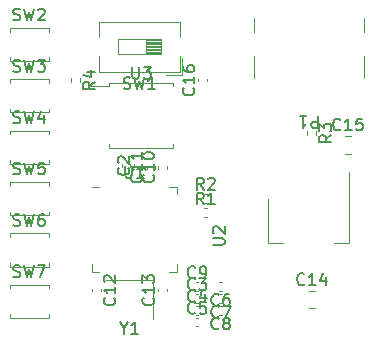
<source format=gbr>
%TF.GenerationSoftware,KiCad,Pcbnew,7.0.6-0*%
%TF.CreationDate,2023-09-19T06:41:03+09:00*%
%TF.ProjectId,scratch-rp2040,73637261-7463-4682-9d72-70323034302e,rev?*%
%TF.SameCoordinates,Original*%
%TF.FileFunction,Legend,Top*%
%TF.FilePolarity,Positive*%
%FSLAX46Y46*%
G04 Gerber Fmt 4.6, Leading zero omitted, Abs format (unit mm)*
G04 Created by KiCad (PCBNEW 7.0.6-0) date 2023-09-19 06:41:03*
%MOMM*%
%LPD*%
G01*
G04 APERTURE LIST*
%ADD10C,0.150000*%
%ADD11C,0.120000*%
G04 APERTURE END LIST*
D10*
X113353333Y-75019580D02*
X113305714Y-75067200D01*
X113305714Y-75067200D02*
X113162857Y-75114819D01*
X113162857Y-75114819D02*
X113067619Y-75114819D01*
X113067619Y-75114819D02*
X112924762Y-75067200D01*
X112924762Y-75067200D02*
X112829524Y-74971961D01*
X112829524Y-74971961D02*
X112781905Y-74876723D01*
X112781905Y-74876723D02*
X112734286Y-74686247D01*
X112734286Y-74686247D02*
X112734286Y-74543390D01*
X112734286Y-74543390D02*
X112781905Y-74352914D01*
X112781905Y-74352914D02*
X112829524Y-74257676D01*
X112829524Y-74257676D02*
X112924762Y-74162438D01*
X112924762Y-74162438D02*
X113067619Y-74114819D01*
X113067619Y-74114819D02*
X113162857Y-74114819D01*
X113162857Y-74114819D02*
X113305714Y-74162438D01*
X113305714Y-74162438D02*
X113353333Y-74210057D01*
X113924762Y-74543390D02*
X113829524Y-74495771D01*
X113829524Y-74495771D02*
X113781905Y-74448152D01*
X113781905Y-74448152D02*
X113734286Y-74352914D01*
X113734286Y-74352914D02*
X113734286Y-74305295D01*
X113734286Y-74305295D02*
X113781905Y-74210057D01*
X113781905Y-74210057D02*
X113829524Y-74162438D01*
X113829524Y-74162438D02*
X113924762Y-74114819D01*
X113924762Y-74114819D02*
X114115238Y-74114819D01*
X114115238Y-74114819D02*
X114210476Y-74162438D01*
X114210476Y-74162438D02*
X114258095Y-74210057D01*
X114258095Y-74210057D02*
X114305714Y-74305295D01*
X114305714Y-74305295D02*
X114305714Y-74352914D01*
X114305714Y-74352914D02*
X114258095Y-74448152D01*
X114258095Y-74448152D02*
X114210476Y-74495771D01*
X114210476Y-74495771D02*
X114115238Y-74543390D01*
X114115238Y-74543390D02*
X113924762Y-74543390D01*
X113924762Y-74543390D02*
X113829524Y-74591009D01*
X113829524Y-74591009D02*
X113781905Y-74638628D01*
X113781905Y-74638628D02*
X113734286Y-74733866D01*
X113734286Y-74733866D02*
X113734286Y-74924342D01*
X113734286Y-74924342D02*
X113781905Y-75019580D01*
X113781905Y-75019580D02*
X113829524Y-75067200D01*
X113829524Y-75067200D02*
X113924762Y-75114819D01*
X113924762Y-75114819D02*
X114115238Y-75114819D01*
X114115238Y-75114819D02*
X114210476Y-75067200D01*
X114210476Y-75067200D02*
X114258095Y-75019580D01*
X114258095Y-75019580D02*
X114305714Y-74924342D01*
X114305714Y-74924342D02*
X114305714Y-74733866D01*
X114305714Y-74733866D02*
X114258095Y-74638628D01*
X114258095Y-74638628D02*
X114210476Y-74591009D01*
X114210476Y-74591009D02*
X114115238Y-74543390D01*
X104519580Y-72442857D02*
X104567200Y-72490476D01*
X104567200Y-72490476D02*
X104614819Y-72633333D01*
X104614819Y-72633333D02*
X104614819Y-72728571D01*
X104614819Y-72728571D02*
X104567200Y-72871428D01*
X104567200Y-72871428D02*
X104471961Y-72966666D01*
X104471961Y-72966666D02*
X104376723Y-73014285D01*
X104376723Y-73014285D02*
X104186247Y-73061904D01*
X104186247Y-73061904D02*
X104043390Y-73061904D01*
X104043390Y-73061904D02*
X103852914Y-73014285D01*
X103852914Y-73014285D02*
X103757676Y-72966666D01*
X103757676Y-72966666D02*
X103662438Y-72871428D01*
X103662438Y-72871428D02*
X103614819Y-72728571D01*
X103614819Y-72728571D02*
X103614819Y-72633333D01*
X103614819Y-72633333D02*
X103662438Y-72490476D01*
X103662438Y-72490476D02*
X103710057Y-72442857D01*
X104614819Y-71490476D02*
X104614819Y-72061904D01*
X104614819Y-71776190D02*
X103614819Y-71776190D01*
X103614819Y-71776190D02*
X103757676Y-71871428D01*
X103757676Y-71871428D02*
X103852914Y-71966666D01*
X103852914Y-71966666D02*
X103900533Y-72061904D01*
X103710057Y-71109523D02*
X103662438Y-71061904D01*
X103662438Y-71061904D02*
X103614819Y-70966666D01*
X103614819Y-70966666D02*
X103614819Y-70728571D01*
X103614819Y-70728571D02*
X103662438Y-70633333D01*
X103662438Y-70633333D02*
X103710057Y-70585714D01*
X103710057Y-70585714D02*
X103805295Y-70538095D01*
X103805295Y-70538095D02*
X103900533Y-70538095D01*
X103900533Y-70538095D02*
X104043390Y-70585714D01*
X104043390Y-70585714D02*
X104614819Y-71157142D01*
X104614819Y-71157142D02*
X104614819Y-70538095D01*
X107799580Y-62042857D02*
X107847200Y-62090476D01*
X107847200Y-62090476D02*
X107894819Y-62233333D01*
X107894819Y-62233333D02*
X107894819Y-62328571D01*
X107894819Y-62328571D02*
X107847200Y-62471428D01*
X107847200Y-62471428D02*
X107751961Y-62566666D01*
X107751961Y-62566666D02*
X107656723Y-62614285D01*
X107656723Y-62614285D02*
X107466247Y-62661904D01*
X107466247Y-62661904D02*
X107323390Y-62661904D01*
X107323390Y-62661904D02*
X107132914Y-62614285D01*
X107132914Y-62614285D02*
X107037676Y-62566666D01*
X107037676Y-62566666D02*
X106942438Y-62471428D01*
X106942438Y-62471428D02*
X106894819Y-62328571D01*
X106894819Y-62328571D02*
X106894819Y-62233333D01*
X106894819Y-62233333D02*
X106942438Y-62090476D01*
X106942438Y-62090476D02*
X106990057Y-62042857D01*
X107894819Y-61090476D02*
X107894819Y-61661904D01*
X107894819Y-61376190D02*
X106894819Y-61376190D01*
X106894819Y-61376190D02*
X107037676Y-61471428D01*
X107037676Y-61471428D02*
X107132914Y-61566666D01*
X107132914Y-61566666D02*
X107180533Y-61661904D01*
X106894819Y-60471428D02*
X106894819Y-60376190D01*
X106894819Y-60376190D02*
X106942438Y-60280952D01*
X106942438Y-60280952D02*
X106990057Y-60233333D01*
X106990057Y-60233333D02*
X107085295Y-60185714D01*
X107085295Y-60185714D02*
X107275771Y-60138095D01*
X107275771Y-60138095D02*
X107513866Y-60138095D01*
X107513866Y-60138095D02*
X107704342Y-60185714D01*
X107704342Y-60185714D02*
X107799580Y-60233333D01*
X107799580Y-60233333D02*
X107847200Y-60280952D01*
X107847200Y-60280952D02*
X107894819Y-60376190D01*
X107894819Y-60376190D02*
X107894819Y-60471428D01*
X107894819Y-60471428D02*
X107847200Y-60566666D01*
X107847200Y-60566666D02*
X107799580Y-60614285D01*
X107799580Y-60614285D02*
X107704342Y-60661904D01*
X107704342Y-60661904D02*
X107513866Y-60709523D01*
X107513866Y-60709523D02*
X107275771Y-60709523D01*
X107275771Y-60709523D02*
X107085295Y-60661904D01*
X107085295Y-60661904D02*
X106990057Y-60614285D01*
X106990057Y-60614285D02*
X106942438Y-60566666D01*
X106942438Y-60566666D02*
X106894819Y-60471428D01*
X113353333Y-73019580D02*
X113305714Y-73067200D01*
X113305714Y-73067200D02*
X113162857Y-73114819D01*
X113162857Y-73114819D02*
X113067619Y-73114819D01*
X113067619Y-73114819D02*
X112924762Y-73067200D01*
X112924762Y-73067200D02*
X112829524Y-72971961D01*
X112829524Y-72971961D02*
X112781905Y-72876723D01*
X112781905Y-72876723D02*
X112734286Y-72686247D01*
X112734286Y-72686247D02*
X112734286Y-72543390D01*
X112734286Y-72543390D02*
X112781905Y-72352914D01*
X112781905Y-72352914D02*
X112829524Y-72257676D01*
X112829524Y-72257676D02*
X112924762Y-72162438D01*
X112924762Y-72162438D02*
X113067619Y-72114819D01*
X113067619Y-72114819D02*
X113162857Y-72114819D01*
X113162857Y-72114819D02*
X113305714Y-72162438D01*
X113305714Y-72162438D02*
X113353333Y-72210057D01*
X114210476Y-72114819D02*
X114020000Y-72114819D01*
X114020000Y-72114819D02*
X113924762Y-72162438D01*
X113924762Y-72162438D02*
X113877143Y-72210057D01*
X113877143Y-72210057D02*
X113781905Y-72352914D01*
X113781905Y-72352914D02*
X113734286Y-72543390D01*
X113734286Y-72543390D02*
X113734286Y-72924342D01*
X113734286Y-72924342D02*
X113781905Y-73019580D01*
X113781905Y-73019580D02*
X113829524Y-73067200D01*
X113829524Y-73067200D02*
X113924762Y-73114819D01*
X113924762Y-73114819D02*
X114115238Y-73114819D01*
X114115238Y-73114819D02*
X114210476Y-73067200D01*
X114210476Y-73067200D02*
X114258095Y-73019580D01*
X114258095Y-73019580D02*
X114305714Y-72924342D01*
X114305714Y-72924342D02*
X114305714Y-72686247D01*
X114305714Y-72686247D02*
X114258095Y-72591009D01*
X114258095Y-72591009D02*
X114210476Y-72543390D01*
X114210476Y-72543390D02*
X114115238Y-72495771D01*
X114115238Y-72495771D02*
X113924762Y-72495771D01*
X113924762Y-72495771D02*
X113829524Y-72543390D01*
X113829524Y-72543390D02*
X113781905Y-72591009D01*
X113781905Y-72591009D02*
X113734286Y-72686247D01*
X120607142Y-71279580D02*
X120559523Y-71327200D01*
X120559523Y-71327200D02*
X120416666Y-71374819D01*
X120416666Y-71374819D02*
X120321428Y-71374819D01*
X120321428Y-71374819D02*
X120178571Y-71327200D01*
X120178571Y-71327200D02*
X120083333Y-71231961D01*
X120083333Y-71231961D02*
X120035714Y-71136723D01*
X120035714Y-71136723D02*
X119988095Y-70946247D01*
X119988095Y-70946247D02*
X119988095Y-70803390D01*
X119988095Y-70803390D02*
X120035714Y-70612914D01*
X120035714Y-70612914D02*
X120083333Y-70517676D01*
X120083333Y-70517676D02*
X120178571Y-70422438D01*
X120178571Y-70422438D02*
X120321428Y-70374819D01*
X120321428Y-70374819D02*
X120416666Y-70374819D01*
X120416666Y-70374819D02*
X120559523Y-70422438D01*
X120559523Y-70422438D02*
X120607142Y-70470057D01*
X121559523Y-71374819D02*
X120988095Y-71374819D01*
X121273809Y-71374819D02*
X121273809Y-70374819D01*
X121273809Y-70374819D02*
X121178571Y-70517676D01*
X121178571Y-70517676D02*
X121083333Y-70612914D01*
X121083333Y-70612914D02*
X120988095Y-70660533D01*
X122416666Y-70708152D02*
X122416666Y-71374819D01*
X122178571Y-70327200D02*
X121940476Y-71041485D01*
X121940476Y-71041485D02*
X122559523Y-71041485D01*
X122874819Y-58666666D02*
X122398628Y-58999999D01*
X122874819Y-59238094D02*
X121874819Y-59238094D01*
X121874819Y-59238094D02*
X121874819Y-58857142D01*
X121874819Y-58857142D02*
X121922438Y-58761904D01*
X121922438Y-58761904D02*
X121970057Y-58714285D01*
X121970057Y-58714285D02*
X122065295Y-58666666D01*
X122065295Y-58666666D02*
X122208152Y-58666666D01*
X122208152Y-58666666D02*
X122303390Y-58714285D01*
X122303390Y-58714285D02*
X122351009Y-58761904D01*
X122351009Y-58761904D02*
X122398628Y-58857142D01*
X122398628Y-58857142D02*
X122398628Y-59238094D01*
X121874819Y-58333332D02*
X121874819Y-57714285D01*
X121874819Y-57714285D02*
X122255771Y-58047618D01*
X122255771Y-58047618D02*
X122255771Y-57904761D01*
X122255771Y-57904761D02*
X122303390Y-57809523D01*
X122303390Y-57809523D02*
X122351009Y-57761904D01*
X122351009Y-57761904D02*
X122446247Y-57714285D01*
X122446247Y-57714285D02*
X122684342Y-57714285D01*
X122684342Y-57714285D02*
X122779580Y-57761904D01*
X122779580Y-57761904D02*
X122827200Y-57809523D01*
X122827200Y-57809523D02*
X122874819Y-57904761D01*
X122874819Y-57904761D02*
X122874819Y-58190475D01*
X122874819Y-58190475D02*
X122827200Y-58285713D01*
X122827200Y-58285713D02*
X122779580Y-58333332D01*
X112848069Y-67977311D02*
X113657592Y-67977311D01*
X113657592Y-67977311D02*
X113752830Y-67929692D01*
X113752830Y-67929692D02*
X113800450Y-67882073D01*
X113800450Y-67882073D02*
X113848069Y-67786835D01*
X113848069Y-67786835D02*
X113848069Y-67596359D01*
X113848069Y-67596359D02*
X113800450Y-67501121D01*
X113800450Y-67501121D02*
X113752830Y-67453502D01*
X113752830Y-67453502D02*
X113657592Y-67405883D01*
X113657592Y-67405883D02*
X112848069Y-67405883D01*
X112943307Y-66977311D02*
X112895688Y-66929692D01*
X112895688Y-66929692D02*
X112848069Y-66834454D01*
X112848069Y-66834454D02*
X112848069Y-66596359D01*
X112848069Y-66596359D02*
X112895688Y-66501121D01*
X112895688Y-66501121D02*
X112943307Y-66453502D01*
X112943307Y-66453502D02*
X113038545Y-66405883D01*
X113038545Y-66405883D02*
X113133783Y-66405883D01*
X113133783Y-66405883D02*
X113276640Y-66453502D01*
X113276640Y-66453502D02*
X113848069Y-67024930D01*
X113848069Y-67024930D02*
X113848069Y-66405883D01*
X95966667Y-66307200D02*
X96109524Y-66354819D01*
X96109524Y-66354819D02*
X96347619Y-66354819D01*
X96347619Y-66354819D02*
X96442857Y-66307200D01*
X96442857Y-66307200D02*
X96490476Y-66259580D01*
X96490476Y-66259580D02*
X96538095Y-66164342D01*
X96538095Y-66164342D02*
X96538095Y-66069104D01*
X96538095Y-66069104D02*
X96490476Y-65973866D01*
X96490476Y-65973866D02*
X96442857Y-65926247D01*
X96442857Y-65926247D02*
X96347619Y-65878628D01*
X96347619Y-65878628D02*
X96157143Y-65831009D01*
X96157143Y-65831009D02*
X96061905Y-65783390D01*
X96061905Y-65783390D02*
X96014286Y-65735771D01*
X96014286Y-65735771D02*
X95966667Y-65640533D01*
X95966667Y-65640533D02*
X95966667Y-65545295D01*
X95966667Y-65545295D02*
X96014286Y-65450057D01*
X96014286Y-65450057D02*
X96061905Y-65402438D01*
X96061905Y-65402438D02*
X96157143Y-65354819D01*
X96157143Y-65354819D02*
X96395238Y-65354819D01*
X96395238Y-65354819D02*
X96538095Y-65402438D01*
X96871429Y-65354819D02*
X97109524Y-66354819D01*
X97109524Y-66354819D02*
X97300000Y-65640533D01*
X97300000Y-65640533D02*
X97490476Y-66354819D01*
X97490476Y-66354819D02*
X97728572Y-65354819D01*
X98538095Y-65354819D02*
X98347619Y-65354819D01*
X98347619Y-65354819D02*
X98252381Y-65402438D01*
X98252381Y-65402438D02*
X98204762Y-65450057D01*
X98204762Y-65450057D02*
X98109524Y-65592914D01*
X98109524Y-65592914D02*
X98061905Y-65783390D01*
X98061905Y-65783390D02*
X98061905Y-66164342D01*
X98061905Y-66164342D02*
X98109524Y-66259580D01*
X98109524Y-66259580D02*
X98157143Y-66307200D01*
X98157143Y-66307200D02*
X98252381Y-66354819D01*
X98252381Y-66354819D02*
X98442857Y-66354819D01*
X98442857Y-66354819D02*
X98538095Y-66307200D01*
X98538095Y-66307200D02*
X98585714Y-66259580D01*
X98585714Y-66259580D02*
X98633333Y-66164342D01*
X98633333Y-66164342D02*
X98633333Y-65926247D01*
X98633333Y-65926247D02*
X98585714Y-65831009D01*
X98585714Y-65831009D02*
X98538095Y-65783390D01*
X98538095Y-65783390D02*
X98442857Y-65735771D01*
X98442857Y-65735771D02*
X98252381Y-65735771D01*
X98252381Y-65735771D02*
X98157143Y-65783390D01*
X98157143Y-65783390D02*
X98109524Y-65831009D01*
X98109524Y-65831009D02*
X98061905Y-65926247D01*
X106038095Y-52894819D02*
X106038095Y-53704342D01*
X106038095Y-53704342D02*
X106085714Y-53799580D01*
X106085714Y-53799580D02*
X106133333Y-53847200D01*
X106133333Y-53847200D02*
X106228571Y-53894819D01*
X106228571Y-53894819D02*
X106419047Y-53894819D01*
X106419047Y-53894819D02*
X106514285Y-53847200D01*
X106514285Y-53847200D02*
X106561904Y-53799580D01*
X106561904Y-53799580D02*
X106609523Y-53704342D01*
X106609523Y-53704342D02*
X106609523Y-52894819D01*
X106990476Y-52894819D02*
X107609523Y-52894819D01*
X107609523Y-52894819D02*
X107276190Y-53275771D01*
X107276190Y-53275771D02*
X107419047Y-53275771D01*
X107419047Y-53275771D02*
X107514285Y-53323390D01*
X107514285Y-53323390D02*
X107561904Y-53371009D01*
X107561904Y-53371009D02*
X107609523Y-53466247D01*
X107609523Y-53466247D02*
X107609523Y-53704342D01*
X107609523Y-53704342D02*
X107561904Y-53799580D01*
X107561904Y-53799580D02*
X107514285Y-53847200D01*
X107514285Y-53847200D02*
X107419047Y-53894819D01*
X107419047Y-53894819D02*
X107133333Y-53894819D01*
X107133333Y-53894819D02*
X107038095Y-53847200D01*
X107038095Y-53847200D02*
X106990476Y-53799580D01*
X105301667Y-54717200D02*
X105444524Y-54764819D01*
X105444524Y-54764819D02*
X105682619Y-54764819D01*
X105682619Y-54764819D02*
X105777857Y-54717200D01*
X105777857Y-54717200D02*
X105825476Y-54669580D01*
X105825476Y-54669580D02*
X105873095Y-54574342D01*
X105873095Y-54574342D02*
X105873095Y-54479104D01*
X105873095Y-54479104D02*
X105825476Y-54383866D01*
X105825476Y-54383866D02*
X105777857Y-54336247D01*
X105777857Y-54336247D02*
X105682619Y-54288628D01*
X105682619Y-54288628D02*
X105492143Y-54241009D01*
X105492143Y-54241009D02*
X105396905Y-54193390D01*
X105396905Y-54193390D02*
X105349286Y-54145771D01*
X105349286Y-54145771D02*
X105301667Y-54050533D01*
X105301667Y-54050533D02*
X105301667Y-53955295D01*
X105301667Y-53955295D02*
X105349286Y-53860057D01*
X105349286Y-53860057D02*
X105396905Y-53812438D01*
X105396905Y-53812438D02*
X105492143Y-53764819D01*
X105492143Y-53764819D02*
X105730238Y-53764819D01*
X105730238Y-53764819D02*
X105873095Y-53812438D01*
X106206429Y-53764819D02*
X106444524Y-54764819D01*
X106444524Y-54764819D02*
X106635000Y-54050533D01*
X106635000Y-54050533D02*
X106825476Y-54764819D01*
X106825476Y-54764819D02*
X107063572Y-53764819D01*
X107968333Y-54764819D02*
X107396905Y-54764819D01*
X107682619Y-54764819D02*
X107682619Y-53764819D01*
X107682619Y-53764819D02*
X107587381Y-53907676D01*
X107587381Y-53907676D02*
X107492143Y-54002914D01*
X107492143Y-54002914D02*
X107396905Y-54050533D01*
X121738094Y-57045180D02*
X121738094Y-58045180D01*
X121738094Y-58045180D02*
X121357142Y-58045180D01*
X121357142Y-58045180D02*
X121261904Y-57997561D01*
X121261904Y-57997561D02*
X121214285Y-57949942D01*
X121214285Y-57949942D02*
X121166666Y-57854704D01*
X121166666Y-57854704D02*
X121166666Y-57711847D01*
X121166666Y-57711847D02*
X121214285Y-57616609D01*
X121214285Y-57616609D02*
X121261904Y-57568990D01*
X121261904Y-57568990D02*
X121357142Y-57521371D01*
X121357142Y-57521371D02*
X121738094Y-57521371D01*
X120214285Y-57045180D02*
X120785713Y-57045180D01*
X120499999Y-57045180D02*
X120499999Y-58045180D01*
X120499999Y-58045180D02*
X120595237Y-57902323D01*
X120595237Y-57902323D02*
X120690475Y-57807085D01*
X120690475Y-57807085D02*
X120785713Y-57759466D01*
X111353333Y-73699580D02*
X111305714Y-73747200D01*
X111305714Y-73747200D02*
X111162857Y-73794819D01*
X111162857Y-73794819D02*
X111067619Y-73794819D01*
X111067619Y-73794819D02*
X110924762Y-73747200D01*
X110924762Y-73747200D02*
X110829524Y-73651961D01*
X110829524Y-73651961D02*
X110781905Y-73556723D01*
X110781905Y-73556723D02*
X110734286Y-73366247D01*
X110734286Y-73366247D02*
X110734286Y-73223390D01*
X110734286Y-73223390D02*
X110781905Y-73032914D01*
X110781905Y-73032914D02*
X110829524Y-72937676D01*
X110829524Y-72937676D02*
X110924762Y-72842438D01*
X110924762Y-72842438D02*
X111067619Y-72794819D01*
X111067619Y-72794819D02*
X111162857Y-72794819D01*
X111162857Y-72794819D02*
X111305714Y-72842438D01*
X111305714Y-72842438D02*
X111353333Y-72890057D01*
X112258095Y-72794819D02*
X111781905Y-72794819D01*
X111781905Y-72794819D02*
X111734286Y-73271009D01*
X111734286Y-73271009D02*
X111781905Y-73223390D01*
X111781905Y-73223390D02*
X111877143Y-73175771D01*
X111877143Y-73175771D02*
X112115238Y-73175771D01*
X112115238Y-73175771D02*
X112210476Y-73223390D01*
X112210476Y-73223390D02*
X112258095Y-73271009D01*
X112258095Y-73271009D02*
X112305714Y-73366247D01*
X112305714Y-73366247D02*
X112305714Y-73604342D01*
X112305714Y-73604342D02*
X112258095Y-73699580D01*
X112258095Y-73699580D02*
X112210476Y-73747200D01*
X112210476Y-73747200D02*
X112115238Y-73794819D01*
X112115238Y-73794819D02*
X111877143Y-73794819D01*
X111877143Y-73794819D02*
X111781905Y-73747200D01*
X111781905Y-73747200D02*
X111734286Y-73699580D01*
X102874819Y-54166666D02*
X102398628Y-54499999D01*
X102874819Y-54738094D02*
X101874819Y-54738094D01*
X101874819Y-54738094D02*
X101874819Y-54357142D01*
X101874819Y-54357142D02*
X101922438Y-54261904D01*
X101922438Y-54261904D02*
X101970057Y-54214285D01*
X101970057Y-54214285D02*
X102065295Y-54166666D01*
X102065295Y-54166666D02*
X102208152Y-54166666D01*
X102208152Y-54166666D02*
X102303390Y-54214285D01*
X102303390Y-54214285D02*
X102351009Y-54261904D01*
X102351009Y-54261904D02*
X102398628Y-54357142D01*
X102398628Y-54357142D02*
X102398628Y-54738094D01*
X102208152Y-53309523D02*
X102874819Y-53309523D01*
X101827200Y-53547618D02*
X102541485Y-53785713D01*
X102541485Y-53785713D02*
X102541485Y-53166666D01*
X111353333Y-72699580D02*
X111305714Y-72747200D01*
X111305714Y-72747200D02*
X111162857Y-72794819D01*
X111162857Y-72794819D02*
X111067619Y-72794819D01*
X111067619Y-72794819D02*
X110924762Y-72747200D01*
X110924762Y-72747200D02*
X110829524Y-72651961D01*
X110829524Y-72651961D02*
X110781905Y-72556723D01*
X110781905Y-72556723D02*
X110734286Y-72366247D01*
X110734286Y-72366247D02*
X110734286Y-72223390D01*
X110734286Y-72223390D02*
X110781905Y-72032914D01*
X110781905Y-72032914D02*
X110829524Y-71937676D01*
X110829524Y-71937676D02*
X110924762Y-71842438D01*
X110924762Y-71842438D02*
X111067619Y-71794819D01*
X111067619Y-71794819D02*
X111162857Y-71794819D01*
X111162857Y-71794819D02*
X111305714Y-71842438D01*
X111305714Y-71842438D02*
X111353333Y-71890057D01*
X112210476Y-72128152D02*
X112210476Y-72794819D01*
X111972381Y-71747200D02*
X111734286Y-72461485D01*
X111734286Y-72461485D02*
X112353333Y-72461485D01*
X106799580Y-62042857D02*
X106847200Y-62090476D01*
X106847200Y-62090476D02*
X106894819Y-62233333D01*
X106894819Y-62233333D02*
X106894819Y-62328571D01*
X106894819Y-62328571D02*
X106847200Y-62471428D01*
X106847200Y-62471428D02*
X106751961Y-62566666D01*
X106751961Y-62566666D02*
X106656723Y-62614285D01*
X106656723Y-62614285D02*
X106466247Y-62661904D01*
X106466247Y-62661904D02*
X106323390Y-62661904D01*
X106323390Y-62661904D02*
X106132914Y-62614285D01*
X106132914Y-62614285D02*
X106037676Y-62566666D01*
X106037676Y-62566666D02*
X105942438Y-62471428D01*
X105942438Y-62471428D02*
X105894819Y-62328571D01*
X105894819Y-62328571D02*
X105894819Y-62233333D01*
X105894819Y-62233333D02*
X105942438Y-62090476D01*
X105942438Y-62090476D02*
X105990057Y-62042857D01*
X106894819Y-61090476D02*
X106894819Y-61661904D01*
X106894819Y-61376190D02*
X105894819Y-61376190D01*
X105894819Y-61376190D02*
X106037676Y-61471428D01*
X106037676Y-61471428D02*
X106132914Y-61566666D01*
X106132914Y-61566666D02*
X106180533Y-61661904D01*
X106894819Y-60138095D02*
X106894819Y-60709523D01*
X106894819Y-60423809D02*
X105894819Y-60423809D01*
X105894819Y-60423809D02*
X106037676Y-60519047D01*
X106037676Y-60519047D02*
X106132914Y-60614285D01*
X106132914Y-60614285D02*
X106180533Y-60709523D01*
X113353333Y-74019580D02*
X113305714Y-74067200D01*
X113305714Y-74067200D02*
X113162857Y-74114819D01*
X113162857Y-74114819D02*
X113067619Y-74114819D01*
X113067619Y-74114819D02*
X112924762Y-74067200D01*
X112924762Y-74067200D02*
X112829524Y-73971961D01*
X112829524Y-73971961D02*
X112781905Y-73876723D01*
X112781905Y-73876723D02*
X112734286Y-73686247D01*
X112734286Y-73686247D02*
X112734286Y-73543390D01*
X112734286Y-73543390D02*
X112781905Y-73352914D01*
X112781905Y-73352914D02*
X112829524Y-73257676D01*
X112829524Y-73257676D02*
X112924762Y-73162438D01*
X112924762Y-73162438D02*
X113067619Y-73114819D01*
X113067619Y-73114819D02*
X113162857Y-73114819D01*
X113162857Y-73114819D02*
X113305714Y-73162438D01*
X113305714Y-73162438D02*
X113353333Y-73210057D01*
X113686667Y-73114819D02*
X114353333Y-73114819D01*
X114353333Y-73114819D02*
X113924762Y-74114819D01*
X95966667Y-48907200D02*
X96109524Y-48954819D01*
X96109524Y-48954819D02*
X96347619Y-48954819D01*
X96347619Y-48954819D02*
X96442857Y-48907200D01*
X96442857Y-48907200D02*
X96490476Y-48859580D01*
X96490476Y-48859580D02*
X96538095Y-48764342D01*
X96538095Y-48764342D02*
X96538095Y-48669104D01*
X96538095Y-48669104D02*
X96490476Y-48573866D01*
X96490476Y-48573866D02*
X96442857Y-48526247D01*
X96442857Y-48526247D02*
X96347619Y-48478628D01*
X96347619Y-48478628D02*
X96157143Y-48431009D01*
X96157143Y-48431009D02*
X96061905Y-48383390D01*
X96061905Y-48383390D02*
X96014286Y-48335771D01*
X96014286Y-48335771D02*
X95966667Y-48240533D01*
X95966667Y-48240533D02*
X95966667Y-48145295D01*
X95966667Y-48145295D02*
X96014286Y-48050057D01*
X96014286Y-48050057D02*
X96061905Y-48002438D01*
X96061905Y-48002438D02*
X96157143Y-47954819D01*
X96157143Y-47954819D02*
X96395238Y-47954819D01*
X96395238Y-47954819D02*
X96538095Y-48002438D01*
X96871429Y-47954819D02*
X97109524Y-48954819D01*
X97109524Y-48954819D02*
X97300000Y-48240533D01*
X97300000Y-48240533D02*
X97490476Y-48954819D01*
X97490476Y-48954819D02*
X97728572Y-47954819D01*
X98061905Y-48050057D02*
X98109524Y-48002438D01*
X98109524Y-48002438D02*
X98204762Y-47954819D01*
X98204762Y-47954819D02*
X98442857Y-47954819D01*
X98442857Y-47954819D02*
X98538095Y-48002438D01*
X98538095Y-48002438D02*
X98585714Y-48050057D01*
X98585714Y-48050057D02*
X98633333Y-48145295D01*
X98633333Y-48145295D02*
X98633333Y-48240533D01*
X98633333Y-48240533D02*
X98585714Y-48383390D01*
X98585714Y-48383390D02*
X98014286Y-48954819D01*
X98014286Y-48954819D02*
X98633333Y-48954819D01*
X105323809Y-75028628D02*
X105323809Y-75504819D01*
X104990476Y-74504819D02*
X105323809Y-75028628D01*
X105323809Y-75028628D02*
X105657142Y-74504819D01*
X106514285Y-75504819D02*
X105942857Y-75504819D01*
X106228571Y-75504819D02*
X106228571Y-74504819D01*
X106228571Y-74504819D02*
X106133333Y-74647676D01*
X106133333Y-74647676D02*
X106038095Y-74742914D01*
X106038095Y-74742914D02*
X105942857Y-74790533D01*
X123657142Y-58179580D02*
X123609523Y-58227200D01*
X123609523Y-58227200D02*
X123466666Y-58274819D01*
X123466666Y-58274819D02*
X123371428Y-58274819D01*
X123371428Y-58274819D02*
X123228571Y-58227200D01*
X123228571Y-58227200D02*
X123133333Y-58131961D01*
X123133333Y-58131961D02*
X123085714Y-58036723D01*
X123085714Y-58036723D02*
X123038095Y-57846247D01*
X123038095Y-57846247D02*
X123038095Y-57703390D01*
X123038095Y-57703390D02*
X123085714Y-57512914D01*
X123085714Y-57512914D02*
X123133333Y-57417676D01*
X123133333Y-57417676D02*
X123228571Y-57322438D01*
X123228571Y-57322438D02*
X123371428Y-57274819D01*
X123371428Y-57274819D02*
X123466666Y-57274819D01*
X123466666Y-57274819D02*
X123609523Y-57322438D01*
X123609523Y-57322438D02*
X123657142Y-57370057D01*
X124609523Y-58274819D02*
X124038095Y-58274819D01*
X124323809Y-58274819D02*
X124323809Y-57274819D01*
X124323809Y-57274819D02*
X124228571Y-57417676D01*
X124228571Y-57417676D02*
X124133333Y-57512914D01*
X124133333Y-57512914D02*
X124038095Y-57560533D01*
X125514285Y-57274819D02*
X125038095Y-57274819D01*
X125038095Y-57274819D02*
X124990476Y-57751009D01*
X124990476Y-57751009D02*
X125038095Y-57703390D01*
X125038095Y-57703390D02*
X125133333Y-57655771D01*
X125133333Y-57655771D02*
X125371428Y-57655771D01*
X125371428Y-57655771D02*
X125466666Y-57703390D01*
X125466666Y-57703390D02*
X125514285Y-57751009D01*
X125514285Y-57751009D02*
X125561904Y-57846247D01*
X125561904Y-57846247D02*
X125561904Y-58084342D01*
X125561904Y-58084342D02*
X125514285Y-58179580D01*
X125514285Y-58179580D02*
X125466666Y-58227200D01*
X125466666Y-58227200D02*
X125371428Y-58274819D01*
X125371428Y-58274819D02*
X125133333Y-58274819D01*
X125133333Y-58274819D02*
X125038095Y-58227200D01*
X125038095Y-58227200D02*
X124990476Y-58179580D01*
X105699580Y-61416666D02*
X105747200Y-61464285D01*
X105747200Y-61464285D02*
X105794819Y-61607142D01*
X105794819Y-61607142D02*
X105794819Y-61702380D01*
X105794819Y-61702380D02*
X105747200Y-61845237D01*
X105747200Y-61845237D02*
X105651961Y-61940475D01*
X105651961Y-61940475D02*
X105556723Y-61988094D01*
X105556723Y-61988094D02*
X105366247Y-62035713D01*
X105366247Y-62035713D02*
X105223390Y-62035713D01*
X105223390Y-62035713D02*
X105032914Y-61988094D01*
X105032914Y-61988094D02*
X104937676Y-61940475D01*
X104937676Y-61940475D02*
X104842438Y-61845237D01*
X104842438Y-61845237D02*
X104794819Y-61702380D01*
X104794819Y-61702380D02*
X104794819Y-61607142D01*
X104794819Y-61607142D02*
X104842438Y-61464285D01*
X104842438Y-61464285D02*
X104890057Y-61416666D01*
X104890057Y-61035713D02*
X104842438Y-60988094D01*
X104842438Y-60988094D02*
X104794819Y-60892856D01*
X104794819Y-60892856D02*
X104794819Y-60654761D01*
X104794819Y-60654761D02*
X104842438Y-60559523D01*
X104842438Y-60559523D02*
X104890057Y-60511904D01*
X104890057Y-60511904D02*
X104985295Y-60464285D01*
X104985295Y-60464285D02*
X105080533Y-60464285D01*
X105080533Y-60464285D02*
X105223390Y-60511904D01*
X105223390Y-60511904D02*
X105794819Y-61083332D01*
X105794819Y-61083332D02*
X105794819Y-60464285D01*
X111199580Y-54662857D02*
X111247200Y-54710476D01*
X111247200Y-54710476D02*
X111294819Y-54853333D01*
X111294819Y-54853333D02*
X111294819Y-54948571D01*
X111294819Y-54948571D02*
X111247200Y-55091428D01*
X111247200Y-55091428D02*
X111151961Y-55186666D01*
X111151961Y-55186666D02*
X111056723Y-55234285D01*
X111056723Y-55234285D02*
X110866247Y-55281904D01*
X110866247Y-55281904D02*
X110723390Y-55281904D01*
X110723390Y-55281904D02*
X110532914Y-55234285D01*
X110532914Y-55234285D02*
X110437676Y-55186666D01*
X110437676Y-55186666D02*
X110342438Y-55091428D01*
X110342438Y-55091428D02*
X110294819Y-54948571D01*
X110294819Y-54948571D02*
X110294819Y-54853333D01*
X110294819Y-54853333D02*
X110342438Y-54710476D01*
X110342438Y-54710476D02*
X110390057Y-54662857D01*
X111294819Y-53710476D02*
X111294819Y-54281904D01*
X111294819Y-53996190D02*
X110294819Y-53996190D01*
X110294819Y-53996190D02*
X110437676Y-54091428D01*
X110437676Y-54091428D02*
X110532914Y-54186666D01*
X110532914Y-54186666D02*
X110580533Y-54281904D01*
X110294819Y-52853333D02*
X110294819Y-53043809D01*
X110294819Y-53043809D02*
X110342438Y-53139047D01*
X110342438Y-53139047D02*
X110390057Y-53186666D01*
X110390057Y-53186666D02*
X110532914Y-53281904D01*
X110532914Y-53281904D02*
X110723390Y-53329523D01*
X110723390Y-53329523D02*
X111104342Y-53329523D01*
X111104342Y-53329523D02*
X111199580Y-53281904D01*
X111199580Y-53281904D02*
X111247200Y-53234285D01*
X111247200Y-53234285D02*
X111294819Y-53139047D01*
X111294819Y-53139047D02*
X111294819Y-52948571D01*
X111294819Y-52948571D02*
X111247200Y-52853333D01*
X111247200Y-52853333D02*
X111199580Y-52805714D01*
X111199580Y-52805714D02*
X111104342Y-52758095D01*
X111104342Y-52758095D02*
X110866247Y-52758095D01*
X110866247Y-52758095D02*
X110771009Y-52805714D01*
X110771009Y-52805714D02*
X110723390Y-52853333D01*
X110723390Y-52853333D02*
X110675771Y-52948571D01*
X110675771Y-52948571D02*
X110675771Y-53139047D01*
X110675771Y-53139047D02*
X110723390Y-53234285D01*
X110723390Y-53234285D02*
X110771009Y-53281904D01*
X110771009Y-53281904D02*
X110866247Y-53329523D01*
X95966667Y-53257200D02*
X96109524Y-53304819D01*
X96109524Y-53304819D02*
X96347619Y-53304819D01*
X96347619Y-53304819D02*
X96442857Y-53257200D01*
X96442857Y-53257200D02*
X96490476Y-53209580D01*
X96490476Y-53209580D02*
X96538095Y-53114342D01*
X96538095Y-53114342D02*
X96538095Y-53019104D01*
X96538095Y-53019104D02*
X96490476Y-52923866D01*
X96490476Y-52923866D02*
X96442857Y-52876247D01*
X96442857Y-52876247D02*
X96347619Y-52828628D01*
X96347619Y-52828628D02*
X96157143Y-52781009D01*
X96157143Y-52781009D02*
X96061905Y-52733390D01*
X96061905Y-52733390D02*
X96014286Y-52685771D01*
X96014286Y-52685771D02*
X95966667Y-52590533D01*
X95966667Y-52590533D02*
X95966667Y-52495295D01*
X95966667Y-52495295D02*
X96014286Y-52400057D01*
X96014286Y-52400057D02*
X96061905Y-52352438D01*
X96061905Y-52352438D02*
X96157143Y-52304819D01*
X96157143Y-52304819D02*
X96395238Y-52304819D01*
X96395238Y-52304819D02*
X96538095Y-52352438D01*
X96871429Y-52304819D02*
X97109524Y-53304819D01*
X97109524Y-53304819D02*
X97300000Y-52590533D01*
X97300000Y-52590533D02*
X97490476Y-53304819D01*
X97490476Y-53304819D02*
X97728572Y-52304819D01*
X98014286Y-52304819D02*
X98633333Y-52304819D01*
X98633333Y-52304819D02*
X98300000Y-52685771D01*
X98300000Y-52685771D02*
X98442857Y-52685771D01*
X98442857Y-52685771D02*
X98538095Y-52733390D01*
X98538095Y-52733390D02*
X98585714Y-52781009D01*
X98585714Y-52781009D02*
X98633333Y-52876247D01*
X98633333Y-52876247D02*
X98633333Y-53114342D01*
X98633333Y-53114342D02*
X98585714Y-53209580D01*
X98585714Y-53209580D02*
X98538095Y-53257200D01*
X98538095Y-53257200D02*
X98442857Y-53304819D01*
X98442857Y-53304819D02*
X98157143Y-53304819D01*
X98157143Y-53304819D02*
X98061905Y-53257200D01*
X98061905Y-53257200D02*
X98014286Y-53209580D01*
X111353333Y-70699580D02*
X111305714Y-70747200D01*
X111305714Y-70747200D02*
X111162857Y-70794819D01*
X111162857Y-70794819D02*
X111067619Y-70794819D01*
X111067619Y-70794819D02*
X110924762Y-70747200D01*
X110924762Y-70747200D02*
X110829524Y-70651961D01*
X110829524Y-70651961D02*
X110781905Y-70556723D01*
X110781905Y-70556723D02*
X110734286Y-70366247D01*
X110734286Y-70366247D02*
X110734286Y-70223390D01*
X110734286Y-70223390D02*
X110781905Y-70032914D01*
X110781905Y-70032914D02*
X110829524Y-69937676D01*
X110829524Y-69937676D02*
X110924762Y-69842438D01*
X110924762Y-69842438D02*
X111067619Y-69794819D01*
X111067619Y-69794819D02*
X111162857Y-69794819D01*
X111162857Y-69794819D02*
X111305714Y-69842438D01*
X111305714Y-69842438D02*
X111353333Y-69890057D01*
X111829524Y-70794819D02*
X112020000Y-70794819D01*
X112020000Y-70794819D02*
X112115238Y-70747200D01*
X112115238Y-70747200D02*
X112162857Y-70699580D01*
X112162857Y-70699580D02*
X112258095Y-70556723D01*
X112258095Y-70556723D02*
X112305714Y-70366247D01*
X112305714Y-70366247D02*
X112305714Y-69985295D01*
X112305714Y-69985295D02*
X112258095Y-69890057D01*
X112258095Y-69890057D02*
X112210476Y-69842438D01*
X112210476Y-69842438D02*
X112115238Y-69794819D01*
X112115238Y-69794819D02*
X111924762Y-69794819D01*
X111924762Y-69794819D02*
X111829524Y-69842438D01*
X111829524Y-69842438D02*
X111781905Y-69890057D01*
X111781905Y-69890057D02*
X111734286Y-69985295D01*
X111734286Y-69985295D02*
X111734286Y-70223390D01*
X111734286Y-70223390D02*
X111781905Y-70318628D01*
X111781905Y-70318628D02*
X111829524Y-70366247D01*
X111829524Y-70366247D02*
X111924762Y-70413866D01*
X111924762Y-70413866D02*
X112115238Y-70413866D01*
X112115238Y-70413866D02*
X112210476Y-70366247D01*
X112210476Y-70366247D02*
X112258095Y-70318628D01*
X112258095Y-70318628D02*
X112305714Y-70223390D01*
X112073333Y-63284819D02*
X111740000Y-62808628D01*
X111501905Y-63284819D02*
X111501905Y-62284819D01*
X111501905Y-62284819D02*
X111882857Y-62284819D01*
X111882857Y-62284819D02*
X111978095Y-62332438D01*
X111978095Y-62332438D02*
X112025714Y-62380057D01*
X112025714Y-62380057D02*
X112073333Y-62475295D01*
X112073333Y-62475295D02*
X112073333Y-62618152D01*
X112073333Y-62618152D02*
X112025714Y-62713390D01*
X112025714Y-62713390D02*
X111978095Y-62761009D01*
X111978095Y-62761009D02*
X111882857Y-62808628D01*
X111882857Y-62808628D02*
X111501905Y-62808628D01*
X112454286Y-62380057D02*
X112501905Y-62332438D01*
X112501905Y-62332438D02*
X112597143Y-62284819D01*
X112597143Y-62284819D02*
X112835238Y-62284819D01*
X112835238Y-62284819D02*
X112930476Y-62332438D01*
X112930476Y-62332438D02*
X112978095Y-62380057D01*
X112978095Y-62380057D02*
X113025714Y-62475295D01*
X113025714Y-62475295D02*
X113025714Y-62570533D01*
X113025714Y-62570533D02*
X112978095Y-62713390D01*
X112978095Y-62713390D02*
X112406667Y-63284819D01*
X112406667Y-63284819D02*
X113025714Y-63284819D01*
X95966667Y-61957200D02*
X96109524Y-62004819D01*
X96109524Y-62004819D02*
X96347619Y-62004819D01*
X96347619Y-62004819D02*
X96442857Y-61957200D01*
X96442857Y-61957200D02*
X96490476Y-61909580D01*
X96490476Y-61909580D02*
X96538095Y-61814342D01*
X96538095Y-61814342D02*
X96538095Y-61719104D01*
X96538095Y-61719104D02*
X96490476Y-61623866D01*
X96490476Y-61623866D02*
X96442857Y-61576247D01*
X96442857Y-61576247D02*
X96347619Y-61528628D01*
X96347619Y-61528628D02*
X96157143Y-61481009D01*
X96157143Y-61481009D02*
X96061905Y-61433390D01*
X96061905Y-61433390D02*
X96014286Y-61385771D01*
X96014286Y-61385771D02*
X95966667Y-61290533D01*
X95966667Y-61290533D02*
X95966667Y-61195295D01*
X95966667Y-61195295D02*
X96014286Y-61100057D01*
X96014286Y-61100057D02*
X96061905Y-61052438D01*
X96061905Y-61052438D02*
X96157143Y-61004819D01*
X96157143Y-61004819D02*
X96395238Y-61004819D01*
X96395238Y-61004819D02*
X96538095Y-61052438D01*
X96871429Y-61004819D02*
X97109524Y-62004819D01*
X97109524Y-62004819D02*
X97300000Y-61290533D01*
X97300000Y-61290533D02*
X97490476Y-62004819D01*
X97490476Y-62004819D02*
X97728572Y-61004819D01*
X98585714Y-61004819D02*
X98109524Y-61004819D01*
X98109524Y-61004819D02*
X98061905Y-61481009D01*
X98061905Y-61481009D02*
X98109524Y-61433390D01*
X98109524Y-61433390D02*
X98204762Y-61385771D01*
X98204762Y-61385771D02*
X98442857Y-61385771D01*
X98442857Y-61385771D02*
X98538095Y-61433390D01*
X98538095Y-61433390D02*
X98585714Y-61481009D01*
X98585714Y-61481009D02*
X98633333Y-61576247D01*
X98633333Y-61576247D02*
X98633333Y-61814342D01*
X98633333Y-61814342D02*
X98585714Y-61909580D01*
X98585714Y-61909580D02*
X98538095Y-61957200D01*
X98538095Y-61957200D02*
X98442857Y-62004819D01*
X98442857Y-62004819D02*
X98204762Y-62004819D01*
X98204762Y-62004819D02*
X98109524Y-61957200D01*
X98109524Y-61957200D02*
X98061905Y-61909580D01*
X112073333Y-64534819D02*
X111740000Y-64058628D01*
X111501905Y-64534819D02*
X111501905Y-63534819D01*
X111501905Y-63534819D02*
X111882857Y-63534819D01*
X111882857Y-63534819D02*
X111978095Y-63582438D01*
X111978095Y-63582438D02*
X112025714Y-63630057D01*
X112025714Y-63630057D02*
X112073333Y-63725295D01*
X112073333Y-63725295D02*
X112073333Y-63868152D01*
X112073333Y-63868152D02*
X112025714Y-63963390D01*
X112025714Y-63963390D02*
X111978095Y-64011009D01*
X111978095Y-64011009D02*
X111882857Y-64058628D01*
X111882857Y-64058628D02*
X111501905Y-64058628D01*
X113025714Y-64534819D02*
X112454286Y-64534819D01*
X112740000Y-64534819D02*
X112740000Y-63534819D01*
X112740000Y-63534819D02*
X112644762Y-63677676D01*
X112644762Y-63677676D02*
X112549524Y-63772914D01*
X112549524Y-63772914D02*
X112454286Y-63820533D01*
X95966667Y-70657200D02*
X96109524Y-70704819D01*
X96109524Y-70704819D02*
X96347619Y-70704819D01*
X96347619Y-70704819D02*
X96442857Y-70657200D01*
X96442857Y-70657200D02*
X96490476Y-70609580D01*
X96490476Y-70609580D02*
X96538095Y-70514342D01*
X96538095Y-70514342D02*
X96538095Y-70419104D01*
X96538095Y-70419104D02*
X96490476Y-70323866D01*
X96490476Y-70323866D02*
X96442857Y-70276247D01*
X96442857Y-70276247D02*
X96347619Y-70228628D01*
X96347619Y-70228628D02*
X96157143Y-70181009D01*
X96157143Y-70181009D02*
X96061905Y-70133390D01*
X96061905Y-70133390D02*
X96014286Y-70085771D01*
X96014286Y-70085771D02*
X95966667Y-69990533D01*
X95966667Y-69990533D02*
X95966667Y-69895295D01*
X95966667Y-69895295D02*
X96014286Y-69800057D01*
X96014286Y-69800057D02*
X96061905Y-69752438D01*
X96061905Y-69752438D02*
X96157143Y-69704819D01*
X96157143Y-69704819D02*
X96395238Y-69704819D01*
X96395238Y-69704819D02*
X96538095Y-69752438D01*
X96871429Y-69704819D02*
X97109524Y-70704819D01*
X97109524Y-70704819D02*
X97300000Y-69990533D01*
X97300000Y-69990533D02*
X97490476Y-70704819D01*
X97490476Y-70704819D02*
X97728572Y-69704819D01*
X98014286Y-69704819D02*
X98680952Y-69704819D01*
X98680952Y-69704819D02*
X98252381Y-70704819D01*
X111353333Y-71699580D02*
X111305714Y-71747200D01*
X111305714Y-71747200D02*
X111162857Y-71794819D01*
X111162857Y-71794819D02*
X111067619Y-71794819D01*
X111067619Y-71794819D02*
X110924762Y-71747200D01*
X110924762Y-71747200D02*
X110829524Y-71651961D01*
X110829524Y-71651961D02*
X110781905Y-71556723D01*
X110781905Y-71556723D02*
X110734286Y-71366247D01*
X110734286Y-71366247D02*
X110734286Y-71223390D01*
X110734286Y-71223390D02*
X110781905Y-71032914D01*
X110781905Y-71032914D02*
X110829524Y-70937676D01*
X110829524Y-70937676D02*
X110924762Y-70842438D01*
X110924762Y-70842438D02*
X111067619Y-70794819D01*
X111067619Y-70794819D02*
X111162857Y-70794819D01*
X111162857Y-70794819D02*
X111305714Y-70842438D01*
X111305714Y-70842438D02*
X111353333Y-70890057D01*
X111686667Y-70794819D02*
X112305714Y-70794819D01*
X112305714Y-70794819D02*
X111972381Y-71175771D01*
X111972381Y-71175771D02*
X112115238Y-71175771D01*
X112115238Y-71175771D02*
X112210476Y-71223390D01*
X112210476Y-71223390D02*
X112258095Y-71271009D01*
X112258095Y-71271009D02*
X112305714Y-71366247D01*
X112305714Y-71366247D02*
X112305714Y-71604342D01*
X112305714Y-71604342D02*
X112258095Y-71699580D01*
X112258095Y-71699580D02*
X112210476Y-71747200D01*
X112210476Y-71747200D02*
X112115238Y-71794819D01*
X112115238Y-71794819D02*
X111829524Y-71794819D01*
X111829524Y-71794819D02*
X111734286Y-71747200D01*
X111734286Y-71747200D02*
X111686667Y-71699580D01*
X105438095Y-61272319D02*
X105438095Y-62081842D01*
X105438095Y-62081842D02*
X105485714Y-62177080D01*
X105485714Y-62177080D02*
X105533333Y-62224700D01*
X105533333Y-62224700D02*
X105628571Y-62272319D01*
X105628571Y-62272319D02*
X105819047Y-62272319D01*
X105819047Y-62272319D02*
X105914285Y-62224700D01*
X105914285Y-62224700D02*
X105961904Y-62177080D01*
X105961904Y-62177080D02*
X106009523Y-62081842D01*
X106009523Y-62081842D02*
X106009523Y-61272319D01*
X107009523Y-62272319D02*
X106438095Y-62272319D01*
X106723809Y-62272319D02*
X106723809Y-61272319D01*
X106723809Y-61272319D02*
X106628571Y-61415176D01*
X106628571Y-61415176D02*
X106533333Y-61510414D01*
X106533333Y-61510414D02*
X106438095Y-61558033D01*
X107799580Y-72442857D02*
X107847200Y-72490476D01*
X107847200Y-72490476D02*
X107894819Y-72633333D01*
X107894819Y-72633333D02*
X107894819Y-72728571D01*
X107894819Y-72728571D02*
X107847200Y-72871428D01*
X107847200Y-72871428D02*
X107751961Y-72966666D01*
X107751961Y-72966666D02*
X107656723Y-73014285D01*
X107656723Y-73014285D02*
X107466247Y-73061904D01*
X107466247Y-73061904D02*
X107323390Y-73061904D01*
X107323390Y-73061904D02*
X107132914Y-73014285D01*
X107132914Y-73014285D02*
X107037676Y-72966666D01*
X107037676Y-72966666D02*
X106942438Y-72871428D01*
X106942438Y-72871428D02*
X106894819Y-72728571D01*
X106894819Y-72728571D02*
X106894819Y-72633333D01*
X106894819Y-72633333D02*
X106942438Y-72490476D01*
X106942438Y-72490476D02*
X106990057Y-72442857D01*
X107894819Y-71490476D02*
X107894819Y-72061904D01*
X107894819Y-71776190D02*
X106894819Y-71776190D01*
X106894819Y-71776190D02*
X107037676Y-71871428D01*
X107037676Y-71871428D02*
X107132914Y-71966666D01*
X107132914Y-71966666D02*
X107180533Y-72061904D01*
X106894819Y-71157142D02*
X106894819Y-70538095D01*
X106894819Y-70538095D02*
X107275771Y-70871428D01*
X107275771Y-70871428D02*
X107275771Y-70728571D01*
X107275771Y-70728571D02*
X107323390Y-70633333D01*
X107323390Y-70633333D02*
X107371009Y-70585714D01*
X107371009Y-70585714D02*
X107466247Y-70538095D01*
X107466247Y-70538095D02*
X107704342Y-70538095D01*
X107704342Y-70538095D02*
X107799580Y-70585714D01*
X107799580Y-70585714D02*
X107847200Y-70633333D01*
X107847200Y-70633333D02*
X107894819Y-70728571D01*
X107894819Y-70728571D02*
X107894819Y-71014285D01*
X107894819Y-71014285D02*
X107847200Y-71109523D01*
X107847200Y-71109523D02*
X107799580Y-71157142D01*
X95966667Y-57607200D02*
X96109524Y-57654819D01*
X96109524Y-57654819D02*
X96347619Y-57654819D01*
X96347619Y-57654819D02*
X96442857Y-57607200D01*
X96442857Y-57607200D02*
X96490476Y-57559580D01*
X96490476Y-57559580D02*
X96538095Y-57464342D01*
X96538095Y-57464342D02*
X96538095Y-57369104D01*
X96538095Y-57369104D02*
X96490476Y-57273866D01*
X96490476Y-57273866D02*
X96442857Y-57226247D01*
X96442857Y-57226247D02*
X96347619Y-57178628D01*
X96347619Y-57178628D02*
X96157143Y-57131009D01*
X96157143Y-57131009D02*
X96061905Y-57083390D01*
X96061905Y-57083390D02*
X96014286Y-57035771D01*
X96014286Y-57035771D02*
X95966667Y-56940533D01*
X95966667Y-56940533D02*
X95966667Y-56845295D01*
X95966667Y-56845295D02*
X96014286Y-56750057D01*
X96014286Y-56750057D02*
X96061905Y-56702438D01*
X96061905Y-56702438D02*
X96157143Y-56654819D01*
X96157143Y-56654819D02*
X96395238Y-56654819D01*
X96395238Y-56654819D02*
X96538095Y-56702438D01*
X96871429Y-56654819D02*
X97109524Y-57654819D01*
X97109524Y-57654819D02*
X97300000Y-56940533D01*
X97300000Y-56940533D02*
X97490476Y-57654819D01*
X97490476Y-57654819D02*
X97728572Y-56654819D01*
X98538095Y-56988152D02*
X98538095Y-57654819D01*
X98300000Y-56607200D02*
X98061905Y-57321485D01*
X98061905Y-57321485D02*
X98680952Y-57321485D01*
D11*
%TO.C,C8*%
X113627836Y-73860000D02*
X113412164Y-73860000D01*
X113627836Y-73140000D02*
X113412164Y-73140000D01*
%TO.C,C12*%
X103360000Y-71692164D02*
X103360000Y-71907836D01*
X102640000Y-71692164D02*
X102640000Y-71907836D01*
%TO.C,C10*%
X108240000Y-61507836D02*
X108240000Y-61292164D01*
X108960000Y-61507836D02*
X108960000Y-61292164D01*
%TO.C,C6*%
X113627836Y-71860000D02*
X113412164Y-71860000D01*
X113627836Y-71140000D02*
X113412164Y-71140000D01*
%TO.C,C14*%
X120988748Y-71865000D02*
X121511252Y-71865000D01*
X120988748Y-73335000D02*
X121511252Y-73335000D01*
%TO.C,R3*%
X121630000Y-58346359D02*
X121630000Y-58653641D01*
X120870000Y-58346359D02*
X120870000Y-58653641D01*
%TO.C,U2*%
X124360000Y-61800000D02*
X124360000Y-67810000D01*
X117540000Y-64050000D02*
X117540000Y-67810000D01*
X124360000Y-67810000D02*
X123100000Y-67810000D01*
X117540000Y-67810000D02*
X118800000Y-67810000D01*
%TO.C,SW6*%
X95650000Y-67000000D02*
X98950000Y-67000000D01*
X95650000Y-67300000D02*
X95650000Y-67000000D01*
X95650000Y-69500000D02*
X95650000Y-69800000D01*
X95650000Y-69800000D02*
X98950000Y-69800000D01*
X98950000Y-67000000D02*
X98950000Y-67300000D01*
X98950000Y-69800000D02*
X98950000Y-69500000D01*
%TO.C,U3*%
X104075000Y-54275000D02*
X104075000Y-54535000D01*
X104075000Y-54535000D02*
X102400000Y-54535000D01*
X104075000Y-59725000D02*
X104075000Y-59465000D01*
X106800000Y-54275000D02*
X104075000Y-54275000D01*
X106800000Y-54275000D02*
X109525000Y-54275000D01*
X106800000Y-59725000D02*
X104075000Y-59725000D01*
X106800000Y-59725000D02*
X109525000Y-59725000D01*
X109525000Y-54275000D02*
X109525000Y-54535000D01*
X109525000Y-59725000D02*
X109525000Y-59465000D01*
%TO.C,SW1*%
X110285000Y-53550000D02*
X110285000Y-52167000D01*
X110285000Y-53550000D02*
X108902000Y-53550000D01*
X110045000Y-53310000D02*
X110045000Y-52000000D01*
X110045000Y-53310000D02*
X103225000Y-53310000D01*
X110045000Y-50400000D02*
X110045000Y-49090000D01*
X110045000Y-49090000D02*
X103225000Y-49090000D01*
X108445000Y-51835000D02*
X108445000Y-50565000D01*
X108445000Y-51715000D02*
X107238333Y-51715000D01*
X108445000Y-51595000D02*
X107238333Y-51595000D01*
X108445000Y-51475000D02*
X107238333Y-51475000D01*
X108445000Y-51355000D02*
X107238333Y-51355000D01*
X108445000Y-51235000D02*
X107238333Y-51235000D01*
X108445000Y-51115000D02*
X107238333Y-51115000D01*
X108445000Y-50995000D02*
X107238333Y-50995000D01*
X108445000Y-50875000D02*
X107238333Y-50875000D01*
X108445000Y-50755000D02*
X107238333Y-50755000D01*
X108445000Y-50635000D02*
X107238333Y-50635000D01*
X108445000Y-50565000D02*
X104825000Y-50565000D01*
X107238333Y-51835000D02*
X107238333Y-50565000D01*
X104825000Y-51835000D02*
X108445000Y-51835000D01*
X104825000Y-50565000D02*
X104825000Y-51835000D01*
X103225000Y-53310000D02*
X103225000Y-52000000D01*
X103225000Y-50400000D02*
X103225000Y-49090000D01*
%TO.C,P1*%
X125670000Y-52000000D02*
X125670000Y-53800000D01*
X125670000Y-49900000D02*
X125670000Y-48750000D01*
X116330000Y-52000000D02*
X116330000Y-53800000D01*
X116330000Y-49900000D02*
X116330000Y-48750000D01*
%TO.C,C5*%
X111412164Y-74140000D02*
X111627836Y-74140000D01*
X111412164Y-74860000D02*
X111627836Y-74860000D01*
%TO.C,R4*%
X101630000Y-53846359D02*
X101630000Y-54153641D01*
X100870000Y-53846359D02*
X100870000Y-54153641D01*
%TO.C,C4*%
X111412164Y-73140000D02*
X111627836Y-73140000D01*
X111412164Y-73860000D02*
X111627836Y-73860000D01*
%TO.C,C11*%
X107240000Y-61507836D02*
X107240000Y-61292164D01*
X107960000Y-61507836D02*
X107960000Y-61292164D01*
%TO.C,C7*%
X113627836Y-72860000D02*
X113412164Y-72860000D01*
X113627836Y-72140000D02*
X113412164Y-72140000D01*
%TO.C,SW2*%
X95650000Y-49600000D02*
X98950000Y-49600000D01*
X95650000Y-49900000D02*
X95650000Y-49600000D01*
X95650000Y-52100000D02*
X95650000Y-52400000D01*
X95650000Y-52400000D02*
X98950000Y-52400000D01*
X98950000Y-49600000D02*
X98950000Y-49900000D01*
X98950000Y-52400000D02*
X98950000Y-52100000D01*
%TO.C,Y1*%
X107800000Y-74250000D02*
X107800000Y-70950000D01*
X107800000Y-70950000D02*
X103800000Y-70950000D01*
%TO.C,C15*%
X124038748Y-58765000D02*
X124561252Y-58765000D01*
X124038748Y-60235000D02*
X124561252Y-60235000D01*
%TO.C,C2*%
X106140000Y-61357836D02*
X106140000Y-61142164D01*
X106860000Y-61357836D02*
X106860000Y-61142164D01*
%TO.C,C16*%
X111640000Y-54127836D02*
X111640000Y-53912164D01*
X112360000Y-54127836D02*
X112360000Y-53912164D01*
%TO.C,SW3*%
X95650000Y-53950000D02*
X98950000Y-53950000D01*
X95650000Y-54250000D02*
X95650000Y-53950000D01*
X95650000Y-56450000D02*
X95650000Y-56750000D01*
X95650000Y-56750000D02*
X98950000Y-56750000D01*
X98950000Y-53950000D02*
X98950000Y-54250000D01*
X98950000Y-56750000D02*
X98950000Y-56450000D01*
%TO.C,C9*%
X111412164Y-71140000D02*
X111627836Y-71140000D01*
X111412164Y-71860000D02*
X111627836Y-71860000D01*
%TO.C,R2*%
X112086359Y-63620000D02*
X112393641Y-63620000D01*
X112086359Y-64380000D02*
X112393641Y-64380000D01*
%TO.C,SW5*%
X95650000Y-62650000D02*
X98950000Y-62650000D01*
X95650000Y-62950000D02*
X95650000Y-62650000D01*
X95650000Y-65150000D02*
X95650000Y-65450000D01*
X95650000Y-65450000D02*
X98950000Y-65450000D01*
X98950000Y-62650000D02*
X98950000Y-62950000D01*
X98950000Y-65450000D02*
X98950000Y-65150000D01*
%TO.C,R1*%
X112086359Y-64870000D02*
X112393641Y-64870000D01*
X112086359Y-65630000D02*
X112393641Y-65630000D01*
%TO.C,SW7*%
X95650000Y-71350000D02*
X98950000Y-71350000D01*
X95650000Y-71650000D02*
X95650000Y-71350000D01*
X95650000Y-73850000D02*
X95650000Y-74150000D01*
X95650000Y-74150000D02*
X98950000Y-74150000D01*
X98950000Y-71350000D02*
X98950000Y-71650000D01*
X98950000Y-74150000D02*
X98950000Y-73850000D01*
%TO.C,C3*%
X111412164Y-72140000D02*
X111627836Y-72140000D01*
X111412164Y-72860000D02*
X111627836Y-72860000D01*
%TO.C,C1*%
X105140000Y-61357836D02*
X105140000Y-61142164D01*
X105860000Y-61357836D02*
X105860000Y-61142164D01*
%TO.C,U1*%
X102590000Y-70247500D02*
X102590000Y-69597500D01*
X103240000Y-63027500D02*
X102590000Y-63027500D01*
X103240000Y-70247500D02*
X102590000Y-70247500D01*
X109160000Y-63027500D02*
X109810000Y-63027500D01*
X109160000Y-70247500D02*
X109810000Y-70247500D01*
X109810000Y-63027500D02*
X109810000Y-63677500D01*
X109810000Y-70247500D02*
X109810000Y-69597500D01*
%TO.C,C13*%
X108240000Y-71907836D02*
X108240000Y-71692164D01*
X108960000Y-71907836D02*
X108960000Y-71692164D01*
%TO.C,SW4*%
X95650000Y-58300000D02*
X98950000Y-58300000D01*
X95650000Y-58600000D02*
X95650000Y-58300000D01*
X95650000Y-60800000D02*
X95650000Y-61100000D01*
X95650000Y-61100000D02*
X98950000Y-61100000D01*
X98950000Y-58300000D02*
X98950000Y-58600000D01*
X98950000Y-61100000D02*
X98950000Y-60800000D01*
%TD*%
M02*

</source>
